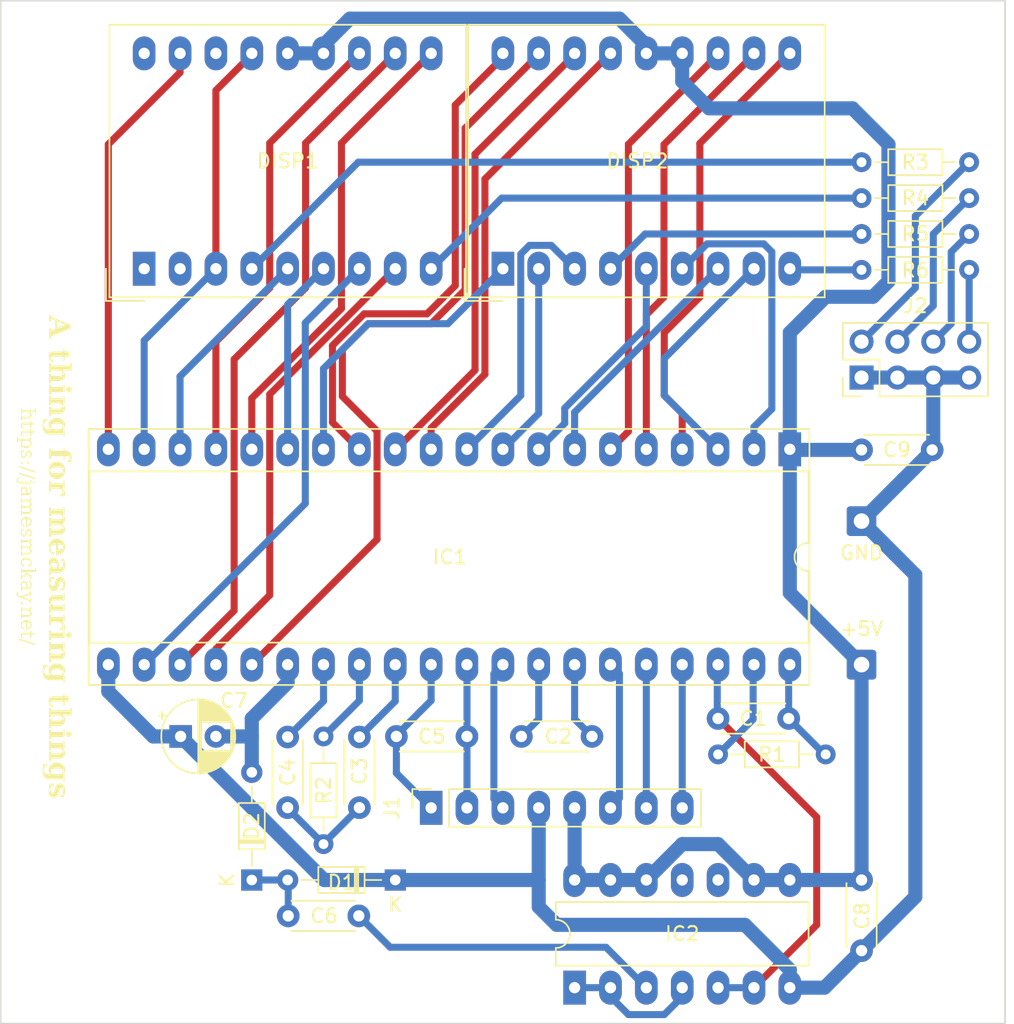
<source format=kicad_pcb>
(kicad_pcb (version 20221018) (generator pcbnew)
  (layers (0 "F.Cu" signal) (31 "B.Cu" signal) (34 "B.Paste" user) (35 "F.Paste" user) (36 "B.SilkS" user "B.Silkscreen") (37 "F.SilkS" user "F.Silkscreen") (38 "B.Mask" user) (39 "F.Mask" user) (44 "Edge.Cuts" user))
  (net 0 "")
  (net 1 "Net-(IC1-OSC3)")
  (net 2 "Net-(IC1-OSC1)")
  (net 3 "Net-(IC1-OSC2)")
  (net 4 "Net-(D2-A)")
  (net 5 "Net-(D1-A)")
  (net 6 "Net-(IC1-A-Z)")
  (net 7 "Net-(IC1-INT)")
  (net 8 "Net-(IC1-CREF-)")
  (net 9 "Net-(IC1-CREF+)")
  (net 10 "Net-(IC1-BUFF)")
  (net 11 "Net-(IC1-IN_HI)")
  (net 12 "Net-(IC1-IN_LO)")
  (net 13 "Net-(IC1-REF_HI)")
  (net 14 "GND")
  (net 15 "+5V")
  (net 18 "Net-(DISP1-b1)")
  (net 19 "Net-(DISP1-dp1)")
  (net 20 "Net-(DISP1-d2)")
  (net 21 "Net-(DISP1-g2)")
  (net 22 "Net-(DISP1-c2)")
  (net 23 "Net-(DISP1-dp2)")
  (net 24 "Net-(DISP1-b2)")
  (net 25 "Net-(DISP1-a2)")
  (net 26 "Net-(DISP1-f2)")
  (net 28 "Net-(DISP1-g1)")
  (net 30 "Net-(DISP2-dp1)")
  (net 31 "Net-(IC1-COMMON)")
  (net 32 "Net-(IC1-REF_LO)")
  (net 33 "Net-(IC1-TEST)")
  (net 34 "Net-(J2-Pin_2)")
  (net 35 "Net-(DISP2-e1)")
  (net 36 "Net-(DISP2-d1)")
  (net 37 "Net-(DISP2-c1)")
  (net 38 "Net-(J2-Pin_4)")
  (net 39 "Net-(DISP2-e2)")
  (net 40 "Net-(DISP2-g2)")
  (net 41 "Net-(DISP2-c2)")
  (net 42 "Net-(DISP2-dp2)")
  (net 43 "Net-(DISP2-b2)")
  (net 44 "Net-(DISP2-a2)")
  (net 45 "Net-(DISP2-f2)")
  (net 46 "Net-(DISP2-b1)")
  (net 47 "Net-(DISP2-a1)")
  (net 48 "Net-(DISP2-g1)")
  (net 49 "Net-(DISP2-f1)")
  (net 50 "Net-(DISP1-e2)")
  (net 51 "Net-(DISP2-d2)")
  (net 52 "Net-(IC2-Pad1)")
  (net 55 "Net-(J2-Pin_6)")
  (net 56 "Net-(J2-Pin_8)")
  (net 57 "Net-(C3-Pad1)")
  (net 58 "Net-(C6-Pad2)")
  (footprint "Connector_Wire:SolderWire-0.5sqmm_1x01_D0.9mm_OD2.1mm" (layer "F.Cu") (at 167.99 93.63)
    (fp_text reference "J4" hide)
    (fp_text value "GND" (at 0 2.25) (layer "F.SilkS"))
    (pad "1" thru_hole roundrect (at 0 0) (size 2.1 2.1) (drill 1.1) (layers "*.Cu" "*.Mask") (roundrect_rratio 0.119048) (net 14 "GND"))
  )
  (footprint "Capacitor_THT:C_Disc_D4.3mm_W1.9mm_P5.00mm" (layer "F.Cu") (at 157.83 107.6)
    (fp_text reference "C1" (at 2.5 0) (layer "F.SilkS"))
    (fp_text value "100pF" hide)
    (pad "1" thru_hole circle (at 0 0) (size 1.6 1.6) (drill 0.8) (layers "*.Cu" "*.Mask") (net 1 "Net-(IC1-OSC3)"))
    (pad "2" thru_hole circle (at 5 0) (size 1.6 1.6) (drill 0.8) (layers "*.Cu" "*.Mask") (net 2 "Net-(IC1-OSC1)"))
  )
  (footprint "Package_DIP:DIP-14_W7.62mm_LongPads" (layer "F.Cu") (at 147.67 126.65 90)
    (fp_text reference "IC2" (at 3.81 7.62 180) (layer "F.SilkS"))
    (fp_text value "4001" hide)
    (pad "1" thru_hole rect (at 0 0 90) (size 2.4 1.6) (drill 0.8) (layers "*.Cu" "*.Mask") (net 52 "Net-(IC2-Pad1)"))
    (pad "2" thru_hole oval (at 0 2.54 90) (size 2.4 1.6) (drill 0.8) (layers "*.Cu" "*.Mask") (net 52 "Net-(IC2-Pad1)"))
    (pad "3" thru_hole oval (at 0 5.08 90) (size 2.4 1.6) (drill 0.8) (layers "*.Cu" "*.Mask") (net 58 "Net-(C6-Pad2)"))
    (pad "4" thru_hole oval (at 0 7.62 90) (size 2.4 1.6) (drill 0.8) (layers "*.Cu" "*.Mask") (net 52 "Net-(IC2-Pad1)"))
    (pad "5" thru_hole oval (at 0 10.16 90) (size 2.4 1.6) (drill 0.8) (layers "*.Cu" "*.Mask") (net 1 "Net-(IC1-OSC3)"))
    (pad "6" thru_hole oval (at 0 12.7 90) (size 2.4 1.6) (drill 0.8) (layers "*.Cu" "*.Mask") (net 1 "Net-(IC1-OSC3)"))
    (pad "7" thru_hole oval (at 0 15.24 90) (size 2.4 1.6) (drill 0.8) (layers "*.Cu" "*.Mask") (net 14 "GND"))
    (pad "8" thru_hole oval (at 7.62 15.24 90) (size 2.4 1.6) (drill 0.8) (layers "*.Cu" "*.Mask") (net 15 "+5V"))
    (pad "9" thru_hole oval (at 7.62 12.7 90) (size 2.4 1.6) (drill 0.8) (layers "*.Cu" "*.Mask") (net 15 "+5V"))
    (pad "10" thru_hole oval (at 7.62 10.16 90) (size 2.4 1.6) (drill 0.8) (layers "*.Cu" "*.Mask"))
    (pad "11" thru_hole oval (at 7.62 7.62 90) (size 2.4 1.6) (drill 0.8) (layers "*.Cu" "*.Mask"))
    (pad "12" thru_hole oval (at 7.62 5.08 90) (size 2.4 1.6) (drill 0.8) (layers "*.Cu" "*.Mask") (net 15 "+5V"))
    (pad "13" thru_hole oval (at 7.62 2.54 90) (size 2.4 1.6) (drill 0.8) (layers "*.Cu" "*.Mask") (net 15 "+5V"))
    (pad "14" thru_hole oval (at 7.62 0 90) (size 2.4 1.6) (drill 0.8) (layers "*.Cu" "*.Mask") (net 15 "+5V"))
  )
  (footprint "Connector_PinSocket_2.54mm:PinSocket_1x08_P2.54mm_Vertical" (layer "F.Cu") (at 137.51 113.925 90)
    (fp_text reference "J1" (at 0 -2.77 90) (layer "F.SilkS"))
    (fp_text value "~" hide)
    (pad "1" thru_hole rect (at 0 0 90) (size 2.4 1.6) (drill 0.8) (layers "*.Cu" "*.Mask") (net 12 "Net-(IC1-IN_LO)"))
    (pad "2" thru_hole oval (at 0 2.54 90) (size 2.4 1.6) (drill 0.8) (layers "*.Cu" "*.Mask") (net 11 "Net-(IC1-IN_HI)"))
    (pad "3" thru_hole oval (at 0 5.08 90) (size 2.4 1.6) (drill 0.8) (layers "*.Cu" "*.Mask") (net 31 "Net-(IC1-COMMON)"))
    (pad "4" thru_hole oval (at 0 7.62 90) (size 2.4 1.6) (drill 0.8) (layers "*.Cu" "*.Mask") (net 14 "GND"))
    (pad "5" thru_hole oval (at 0 10.16 90) (size 2.4 1.6) (drill 0.8) (layers "*.Cu" "*.Mask") (net 15 "+5V"))
    (pad "6" thru_hole oval (at 0 12.7 90) (size 2.4 1.6) (drill 0.8) (layers "*.Cu" "*.Mask") (net 32 "Net-(IC1-REF_LO)"))
    (pad "7" thru_hole oval (at 0 15.24 90) (size 2.4 1.6) (drill 0.8) (layers "*.Cu" "*.Mask") (net 13 "Net-(IC1-REF_HI)"))
    (pad "8" thru_hole oval (at 0 17.78 90) (size 2.4 1.6) (drill 0.8) (layers "*.Cu" "*.Mask") (net 33 "Net-(IC1-TEST)"))
  )
  (footprint "Package_DIP:DIP-40_W15.24mm_Socket_LongPads" (layer "F.Cu") (at 162.91 88.55 -90)
    (fp_text reference "IC1" (at 7.62 24.0725) (layer "F.SilkS"))
    (fp_text value "ICL7107CPL" hide)
    (pad "1" thru_hole rect (at 0 0 270) (size 2.4 1.6) (drill 0.8) (layers "*.Cu" "*.Mask") (net 15 "+5V"))
    (pad "2" thru_hole oval (at 0 2.54 270) (size 2.4 1.6) (drill 0.8) (layers "*.Cu" "*.Mask") (net 51 "Net-(DISP2-d2)"))
    (pad "3" thru_hole oval (at 0 5.08 270) (size 2.4 1.6) (drill 0.8) (layers "*.Cu" "*.Mask") (net 41 "Net-(DISP2-c2)"))
    (pad "4" thru_hole oval (at 0 7.62 270) (size 2.4 1.6) (drill 0.8) (layers "*.Cu" "*.Mask") (net 43 "Net-(DISP2-b2)"))
    (pad "5" thru_hole oval (at 0 10.16 270) (size 2.4 1.6) (drill 0.8) (layers "*.Cu" "*.Mask") (net 44 "Net-(DISP2-a2)"))
    (pad "6" thru_hole oval (at 0 12.7 270) (size 2.4 1.6) (drill 0.8) (layers "*.Cu" "*.Mask") (net 45 "Net-(DISP2-f2)"))
    (pad "7" thru_hole oval (at 0 15.24 270) (size 2.4 1.6) (drill 0.8) (layers "*.Cu" "*.Mask") (net 40 "Net-(DISP2-g2)"))
    (pad "8" thru_hole oval (at 0 17.78 270) (size 2.4 1.6) (drill 0.8) (layers "*.Cu" "*.Mask") (net 39 "Net-(DISP2-e2)"))
    (pad "9" thru_hole oval (at 0 20.32 270) (size 2.4 1.6) (drill 0.8) (layers "*.Cu" "*.Mask") (net 36 "Net-(DISP2-d1)"))
    (pad "10" thru_hole oval (at 0 22.86 270) (size 2.4 1.6) (drill 0.8) (layers "*.Cu" "*.Mask") (net 37 "Net-(DISP2-c1)"))
    (pad "11" thru_hole oval (at 0 25.4 270) (size 2.4 1.6) (drill 0.8) (layers "*.Cu" "*.Mask") (net 46 "Net-(DISP2-b1)"))
    (pad "12" thru_hole oval (at 0 27.94 270) (size 2.4 1.6) (drill 0.8) (layers "*.Cu" "*.Mask") (net 47 "Net-(DISP2-a1)"))
    (pad "13" thru_hole oval (at 0 30.48 270) (size 2.4 1.6) (drill 0.8) (layers "*.Cu" "*.Mask") (net 49 "Net-(DISP2-f1)"))
    (pad "14" thru_hole oval (at 0 33.02 270) (size 2.4 1.6) (drill 0.8) (layers "*.Cu" "*.Mask") (net 35 "Net-(DISP2-e1)"))
    (pad "15" thru_hole oval (at 0 35.56 270) (size 2.4 1.6) (drill 0.8) (layers "*.Cu" "*.Mask") (net 20 "Net-(DISP1-d2)"))
    (pad "16" thru_hole oval (at 0 38.1 270) (size 2.4 1.6) (drill 0.8) (layers "*.Cu" "*.Mask") (net 24 "Net-(DISP1-b2)"))
    (pad "17" thru_hole oval (at 0 40.64 270) (size 2.4 1.6) (drill 0.8) (layers "*.Cu" "*.Mask") (net 26 "Net-(DISP1-f2)"))
    (pad "18" thru_hole oval (at 0 43.18 270) (size 2.4 1.6) (drill 0.8) (layers "*.Cu" "*.Mask") (net 50 "Net-(DISP1-e2)"))
    (pad "19" thru_hole oval (at 0 45.72 270) (size 2.4 1.6) (drill 0.8) (layers "*.Cu" "*.Mask") (net 18 "Net-(DISP1-b1)"))
    (pad "20" thru_hole oval (at 0 48.26 270) (size 2.4 1.6) (drill 0.8) (layers "*.Cu" "*.Mask") (net 28 "Net-(DISP1-g1)"))
    (pad "21" thru_hole oval (at 15.24 48.26 270) (size 2.4 1.6) (drill 0.8) (layers "*.Cu" "*.Mask") (net 14 "GND"))
    (pad "22" thru_hole oval (at 15.24 45.72 270) (size 2.4 1.6) (drill 0.8) (layers "*.Cu" "*.Mask") (net 21 "Net-(DISP1-g2)"))
    (pad "23" thru_hole oval (at 15.24 43.18 270) (size 2.4 1.6) (drill 0.8) (layers "*.Cu" "*.Mask") (net 25 "Net-(DISP1-a2)"))
    (pad "24" thru_hole oval (at 15.24 40.64 270) (size 2.4 1.6) (drill 0.8) (layers "*.Cu" "*.Mask") (net 22 "Net-(DISP1-c2)"))
    (pad "25" thru_hole oval (at 15.24 38.1 270) (size 2.4 1.6) (drill 0.8) (layers "*.Cu" "*.Mask") (net 48 "Net-(DISP2-g1)"))
    (pad "26" thru_hole oval (at 15.24 35.56 270) (size 2.4 1.6) (drill 0.8) (layers "*.Cu" "*.Mask") (net 4 "Net-(D2-A)"))
    (pad "27" thru_hole oval (at 15.24 33.02 270) (size 2.4 1.6) (drill 0.8) (layers "*.Cu" "*.Mask") (net 7 "Net-(IC1-INT)"))
    (pad "28" thru_hole oval (at 15.24 30.48 270) (size 2.4 1.6) (drill 0.8) (layers "*.Cu" "*.Mask") (net 10 "Net-(IC1-BUFF)"))
    (pad "29" thru_hole oval (at 15.24 27.94 270) (size 2.4 1.6) (drill 0.8) (layers "*.Cu" "*.Mask") (net 6 "Net-(IC1-A-Z)"))
    (pad "30" thru_hole oval (at 15.24 25.4 270) (size 2.4 1.6) (drill 0.8) (layers "*.Cu" "*.Mask") (net 12 "Net-(IC1-IN_LO)"))
    (pad "31" thru_hole oval (at 15.24 22.86 270) (size 2.4 1.6) (drill 0.8) (layers "*.Cu" "*.Mask") (net 11 "Net-(IC1-IN_HI)"))
    (pad "32" thru_hole oval (at 15.24 20.32 270) (size 2.4 1.6) (drill 0.8) (layers "*.Cu" "*.Mask") (net 31 "Net-(IC1-COMMON)"))
    (pad "33" thru_hole oval (at 15.24 17.78 270) (size 2.4 1.6) (drill 0.8) (layers "*.Cu" "*.Mask") (net 8 "Net-(IC1-CREF-)"))
    (pad "34" thru_hole oval (at 15.24 15.24 270) (size 2.4 1.6) (drill 0.8) (layers "*.Cu" "*.Mask") (net 9 "Net-(IC1-CREF+)"))
    (pad "35" thru_hole oval (at 15.24 12.7 270) (size 2.4 1.6) (drill 0.8) (layers "*.Cu" "*.Mask") (net 32 "Net-(IC1-REF_LO)"))
    (pad "36" thru_hole oval (at 15.24 10.16 270) (size 2.4 1.6) (drill 0.8) (layers "*.Cu" "*.Mask") (net 13 "Net-(IC1-REF_HI)"))
    (pad "37" thru_hole oval (at 15.24 7.62 270) (size 2.4 1.6) (drill 0.8) (layers "*.Cu" "*.Mask") (net 33 "Net-(IC1-TEST)"))
    (pad "38" thru_hole oval (at 15.24 5.08 270) (size 2.4 1.6) (drill 0.8) (layers "*.Cu" "*.Mask") (net 1 "Net-(IC1-OSC3)"))
    (pad "39" thru_hole oval (at 15.24 2.54 270) (size 2.4 1.6) (drill 0.8) (layers "*.Cu" "*.Mask") (net 3 "Net-(IC1-OSC2)"))
    (pad "40" thru_hole oval (at 15.24 0 270) (size 2.4 1.6) (drill 0.8) (layers "*.Cu" "*.Mask") (net 2 "Net-(IC1-OSC1)"))
  )
  (footprint "Display_7Segment:DA56-11SURKWA" (layer "F.Cu") (at 117.19 75.7675 90)
    (fp_text reference "DISP1" (at 7.62 10.16 180) (layer "F.SilkS"))
    (fp_text value "D512HDB" hide)
    (pad "1" thru_hole rect (at 0 0 90) (size 2.4 1.6) (drill 0.8) (layers "*.Cu" "*.Mask"))
    (pad "2" thru_hole oval (at 0 2.54 90) (size 2.4 1.6) (drill 0.8) (layers "*.Cu" "*.Mask"))
    (pad "3" thru_hole oval (at 0 5.08 90) (size 2.4 1.6) (drill 0.8) (layers "*.Cu" "*.Mask") (net 18 "Net-(DISP1-b1)"))
    (pad "4" thru_hole oval (at 0 7.62 90) (size 2.4 1.6) (drill 0.8) (layers "*.Cu" "*.Mask") (net 19 "Net-(DISP1-dp1)"))
    (pad "5" thru_hole oval (at 0 10.16 90) (size 2.4 1.6) (drill 0.8) (layers "*.Cu" "*.Mask") (net 50 "Net-(DISP1-e2)"))
    (pad "6" thru_hole oval (at 0 12.7 90) (size 2.4 1.6) (drill 0.8) (layers "*.Cu" "*.Mask") (net 20 "Net-(DISP1-d2)"))
    (pad "7" thru_hole oval (at 0 15.24 90) (size 2.4 1.6) (drill 0.8) (layers "*.Cu" "*.Mask") (net 21 "Net-(DISP1-g2)"))
    (pad "8" thru_hole oval (at 0 17.78 90) (size 2.4 1.6) (drill 0.8) (layers "*.Cu" "*.Mask") (net 22 "Net-(DISP1-c2)"))
    (pad "9" thru_hole oval (at 0 20.32 90) (size 2.4 1.6) (drill 0.8) (layers "*.Cu" "*.Mask") (net 23 "Net-(DISP1-dp2)"))
    (pad "10" thru_hole oval (at 15.24 20.32 90) (size 2.4 1.6) (drill 0.8) (layers "*.Cu" "*.Mask") (net 24 "Net-(DISP1-b2)"))
    (pad "11" thru_hole oval (at 15.24 17.78 90) (size 2.4 1.6) (drill 0.8) (layers "*.Cu" "*.Mask") (net 25 "Net-(DISP1-a2)"))
    (pad "12" thru_hole oval (at 15.24 15.24 90) (size 2.4 1.6) (drill 0.8) (layers "*.Cu" "*.Mask") (net 26 "Net-(DISP1-f2)"))
    (pad "13" thru_hole oval (at 15.24 12.7 90) (size 2.4 1.6) (drill 0.8) (layers "*.Cu" "*.Mask") (net 15 "+5V"))
    (pad "14" thru_hole oval (at 15.24 10.16 90) (size 2.4 1.6) (drill 0.8) (layers "*.Cu" "*.Mask") (net 15 "+5V"))
    (pad "15" thru_hole oval (at 15.24 7.62 90) (size 2.4 1.6) (drill 0.8) (layers "*.Cu" "*.Mask") (net 18 "Net-(DISP1-b1)"))
    (pad "16" thru_hole oval (at 15.24 5.08 90) (size 2.4 1.6) (drill 0.8) (layers "*.Cu" "*.Mask"))
    (pad "17" thru_hole oval (at 15.24 2.54 90) (size 2.4 1.6) (drill 0.8) (layers "*.Cu" "*.Mask") (net 28 "Net-(DISP1-g1)"))
    (pad "18" thru_hole oval (at 15.24 0 90) (size 2.4 1.6) (drill 0.8) (layers "*.Cu" "*.Mask"))
  )
  (footprint "Display_7Segment:DA56-11SURKWA" (layer "F.Cu") (at 142.59 75.7675 90)
    (fp_text reference "DISP2" (at 7.62 9.525 180) (layer "F.SilkS"))
    (fp_text value "D512HDB" hide)
    (pad "1" thru_hole rect (at 0 0 90) (size 2.4 1.6) (drill 0.8) (layers "*.Cu" "*.Mask") (net 35 "Net-(DISP2-e1)"))
    (pad "2" thru_hole oval (at 0 2.54 90) (size 2.4 1.6) (drill 0.8) (layers "*.Cu" "*.Mask") (net 36 "Net-(DISP2-d1)"))
    (pad "3" thru_hole oval (at 0 5.08 90) (size 2.4 1.6) (drill 0.8) (layers "*.Cu" "*.Mask") (net 37 "Net-(DISP2-c1)"))
    (pad "4" thru_hole oval (at 0 7.62 90) (size 2.4 1.6) (drill 0.8) (layers "*.Cu" "*.Mask") (net 30 "Net-(DISP2-dp1)"))
    (pad "5" thru_hole oval (at 0 10.16 90) (size 2.4 1.6) (drill 0.8) (layers "*.Cu" "*.Mask") (net 39 "Net-(DISP2-e2)"))
    (pad "6" thru_hole oval (at 0 12.7 90) (size 2.4 1.6) (drill 0.8) (layers "*.Cu" "*.Mask") (net 51 "Net-(DISP2-d2)"))
    (pad "7" thru_hole oval (at 0 15.24 90) (size 2.4 1.6) (drill 0.8) (layers "*.Cu" "*.Mask") (net 40 "Net-(DISP2-g2)"))
    (pad "8" thru_hole oval (at 0 17.78 90) (size 2.4 1.6) (drill 0.8) (layers "*.Cu" "*.Mask") (net 41 "Net-(DISP2-c2)"))
    (pad "9" thru_hole oval (at 0 20.32 90) (size 2.4 1.6) (drill 0.8) (layers "*.Cu" "*.Mask") (net 42 "Net-(DISP2-dp2)"))
    (pad "10" thru_hole oval (at 15.24 20.32 90) (size 2.4 1.6) (drill 0.8) (layers "*.Cu" "*.Mask") (net 43 "Net-(DISP2-b2)"))
    (pad "11" thru_hole oval (at 15.24 17.78 90) (size 2.4 1.6) (drill 0.8) (layers "*.Cu" "*.Mask") (net 44 "Net-(DISP2-a2)"))
    (pad "12" thru_hole oval (at 15.24 15.24 90) (size 2.4 1.6) (drill 0.8) (layers "*.Cu" "*.Mask") (net 45 "Net-(DISP2-f2)"))
    (pad "13" thru_hole oval (at 15.24 12.7 90) (size 2.4 1.6) (drill 0.8) (layers "*.Cu" "*.Mask") (net 15 "+5V"))
    (pad "14" thru_hole oval (at 15.24 10.16 90) (size 2.4 1.6) (drill 0.8) (layers "*.Cu" "*.Mask") (net 15 "+5V"))
    (pad "15" thru_hole oval (at 15.24 7.62 90) (size 2.4 1.6) (drill 0.8) (layers "*.Cu" "*.Mask") (net 46 "Net-(DISP2-b1)"))
    (pad "16" thru_hole oval (at 15.24 5.08 90) (size 2.4 1.6) (drill 0.8) (layers "*.Cu" "*.Mask") (net 47 "Net-(DISP2-a1)"))
    (pad "17" thru_hole oval (at 15.24 2.54 90) (size 2.4 1.6) (drill 0.8) (layers "*.Cu" "*.Mask") (net 48 "Net-(DISP2-g1)"))
    (pad "18" thru_hole oval (at 15.24 0 90) (size 2.4 1.6) (drill 0.8) (layers "*.Cu" "*.Mask") (net 49 "Net-(DISP2-f1)"))
  )
  (footprint "MountingHole:MountingHole_3mm" (layer "F.Cu") (at 110.84 125.38)
    (fp_text reference "REF**" hide)
    (fp_text value "MountingHole_3mm" hide)
    (pad "" np_thru_hole circle (at 0 0) (size 3 3) (drill 3) (layers "F&B.Cu" "*.Mask"))
  )
  (footprint "Resistor_THT:R_Axial_DIN0204_L3.6mm_D1.6mm_P7.62mm_Horizontal" (layer "F.Cu") (at 167.99 70.77)
    (fp_text reference "R4" (at 3.81 0) (layer "F.SilkS"))
    (fp_text value "620R" hide)
    (pad "1" thru_hole circle (at 0 0) (size 1.4 1.4) (drill 0.7) (layers "*.Cu" "*.Mask") (net 23 "Net-(DISP1-dp2)"))
    (pad "2" thru_hole oval (at 7.62 0) (size 1.4 1.4) (drill 0.7) (layers "*.Cu" "*.Mask") (net 38 "Net-(J2-Pin_4)"))
  )
  (footprint "Resistor_THT:R_Axial_DIN0204_L3.6mm_D1.6mm_P7.62mm_Horizontal" (layer "F.Cu") (at 175.61 68.23 180)
    (fp_text reference "R3" (at 3.81 0) (layer "F.SilkS"))
    (fp_text value "620R" hide)
    (pad "1" thru_hole circle (at 0 0 180) (size 1.4 1.4) (drill 0.7) (layers "*.Cu" "*.Mask") (net 34 "Net-(J2-Pin_2)"))
    (pad "2" thru_hole oval (at 7.62 0 180) (size 1.4 1.4) (drill 0.7) (layers "*.Cu" "*.Mask") (net 19 "Net-(DISP1-dp1)"))
  )
  (footprint "Connector_PinHeader_2.54mm:PinHeader_2x04_P2.54mm_Vertical" (layer "F.Cu") (at 167.99 83.47 90)
    (fp_text reference "J2" (at 5.08 3.81) (layer "F.SilkS"))
    (fp_text value "~")
    (pad "1" thru_hole rect (at 0 0 90) (size 1.7 1.7) (drill 1) (layers "*.Cu" "*.Mask") (net 14 "GND"))
    (pad "2" thru_hole oval (at 2.54 0 90) (size 1.7 1.7) (drill 1) (layers "*.Cu" "*.Mask") (net 34 "Net-(J2-Pin_2)"))
    (pad "3" thru_hole oval (at 0 2.54 90) (size 1.7 1.7) (drill 1) (layers "*.Cu" "*.Mask") (net 14 "GND"))
    (pad "4" thru_hole oval (at 2.54 2.54 90) (size 1.7 1.7) (drill 1) (layers "*.Cu" "*.Mask") (net 38 "Net-(J2-Pin_4)"))
    (pad "5" thru_hole oval (at 0 5.08 90) (size 1.7 1.7) (drill 1) (layers "*.Cu" "*.Mask") (net 14 "GND"))
    (pad "6" thru_hole oval (at 2.54 5.08 90) (size 1.7 1.7) (drill 1) (layers "*.Cu" "*.Mask") (net 55 "Net-(J2-Pin_6)"))
    (pad "7" thru_hole oval (at 0 7.62 90) (size 1.7 1.7) (drill 1) (layers "*.Cu" "*.Mask") (net 14 "GND"))
    (pad "8" thru_hole oval (at 2.54 7.62 90) (size 1.7 1.7) (drill 1) (layers "*.Cu" "*.Mask") (net 56 "Net-(J2-Pin_8)"))
  )
  (footprint "MountingHole:MountingHole_3mm" (layer "F.Cu") (at 174.34 125.38)
    (fp_text reference "REF**" hide)
    (fp_text value "MountingHole_3mm" hide)
    (pad "" np_thru_hole circle (at 0 0) (size 3 3) (drill 3) (layers "F&B.Cu" "*.Mask"))
  )
  (footprint "MountingHole:MountingHole_3mm" (layer "F.Cu") (at 157.815 83.47)
    (fp_text reference "REF**" hide)
    (fp_text value "MountingHole_3mm" hide)
    (pad "" np_thru_hole circle (at 0 0) (size 3 3) (drill 3) (layers "F&B.Cu" "*.Mask"))
  )
  (footprint "MountingHole:MountingHole_3mm" (layer "F.Cu") (at 134.97 83.47)
    (fp_text reference "REF**" hide)
    (fp_text value "MountingHole_3mm" hide)
    (pad "" np_thru_hole circle (at 0 0) (size 3 3) (drill 3) (layers "F&B.Cu" "*.Mask"))
  )
  (footprint "Capacitor_THT:C_Disc_D4.3mm_W1.9mm_P5.00mm" (layer "F.Cu") (at 127.39 121.57)
    (fp_text reference "C6" (at 2.54 0) (layer "F.SilkS"))
    (fp_text value "47nF" hide)
    (pad "1" thru_hole circle (at 0 0) (size 1.6 1.6) (drill 0.8) (layers "*.Cu" "*.Mask") (net 5 "Net-(D1-A)"))
    (pad "2" thru_hole circle (at 5 0) (size 1.6 1.6) (drill 0.8) (layers "*.Cu" "*.Mask") (net 58 "Net-(C6-Pad2)"))
  )
  (footprint "MountingHole:MountingHole_3mm" (layer "F.Cu") (at 174.34 60.61)
    (fp_text reference "REF**" hide)
    (fp_text value "MountingHole_3mm" hide)
    (pad "" np_thru_hole circle (at 0 0) (size 3 3) (drill 3) (layers "F&B.Cu" "*.Mask"))
  )
  (footprint "Diode_THT:D_DO-34_SOD68_P7.62mm_Horizontal" (layer "F.Cu") (at 134.97 119.03 180)
    (fp_text reference "D1" (at 3.81 -0.17) (layer "F.SilkS"))
    (fp_text value "1N4148" hide)
    (fp_text user "K" (at 0 -1.75) (layer "F.SilkS"))
    (pad "1" thru_hole rect (at 0 0 180) (size 1.5 1.5) (drill 0.75) (layers "*.Cu" "*.Mask") (net 14 "GND"))
    (pad "2" thru_hole oval (at 7.62 0 180) (size 1.5 1.5) (drill 0.75) (layers "*.Cu" "*.Mask") (net 5 "Net-(D1-A)"))
  )
  (footprint "Capacitor_THT:C_Disc_D4.3mm_W1.9mm_P5.00mm" (layer "F.Cu") (at 143.9 108.87)
    (fp_text reference "C2" (at 2.6125 0) (layer "F.SilkS"))
    (fp_text value "100nF" hide)
    (pad "1" thru_hole circle (at 0 0) (size 1.6 1.6) (drill 0.8) (layers "*.Cu" "*.Mask") (net 8 "Net-(IC1-CREF-)"))
    (pad "2" thru_hole circle (at 5 0) (size 1.6 1.6) (drill 0.8) (layers "*.Cu" "*.Mask") (net 9 "Net-(IC1-CREF+)"))
  )
  (footprint "Capacitor_THT:C_Disc_D4.3mm_W1.9mm_P5.00mm" (layer "F.Cu") (at 132.43 113.91 90)
    (fp_text reference "C3" (at 2.58 0 90) (layer "F.SilkS"))
    (fp_text value "47nF" hide)
    (pad "1" thru_hole circle (at 0 0 90) (size 1.6 1.6) (drill 0.8) (layers "*.Cu" "*.Mask") (net 57 "Net-(C3-Pad1)"))
    (pad "2" thru_hole circle (at 5 0 90) (size 1.6 1.6) (drill 0.8) (layers "*.Cu" "*.Mask") (net 6 "Net-(IC1-A-Z)"))
  )
  (footprint "Capacitor_THT:C_Disc_D4.3mm_W1.9mm_P5.00mm" (layer "F.Cu") (at 127.35 113.91 90)
    (fp_text reference "C4" (at 2.5 0 90) (layer "F.SilkS"))
    (fp_text value "220nF" hide)
    (pad "1" thru_hole circle (at 0 0 90) (size 1.6 1.6) (drill 0.8) (layers "*.Cu" "*.Mask") (net 57 "Net-(C3-Pad1)"))
    (pad "2" thru_hole circle (at 5 0 90) (size 1.6 1.6) (drill 0.8) (layers "*.Cu" "*.Mask") (net 7 "Net-(IC1-INT)"))
  )
  (footprint "Diode_THT:D_DO-34_SOD68_P7.62mm_Horizontal" (layer "F.Cu") (at 124.81 119.03 90)
    (fp_text reference "D2" (at 3.815 0 90) (layer "F.SilkS"))
    (fp_text value "1N4148" hide)
    (fp_text user "K" (at 0 -1.75 90) (layer "F.SilkS"))
    (pad "1" thru_hole rect (at 0 0 90) (size 1.5 1.5) (drill 0.75) (layers "*.Cu" "*.Mask") (net 5 "Net-(D1-A)"))
    (pad "2" thru_hole oval (at 7.62 0 90) (size 1.5 1.5) (drill 0.75) (layers "*.Cu" "*.Mask") (net 4 "Net-(D2-A)"))
  )
  (footprint "Capacitor_THT:C_Disc_D4.3mm_W1.9mm_P5.00mm" (layer "F.Cu") (at 167.99 88.59)
    (fp_text reference "C9" (at 2.5 0) (layer "F.SilkS"))
    (fp_text value "47nF" hide)
    (pad "1" thru_hole circle (at 0 0) (size 1.6 1.6) (drill 0.8) (layers "*.Cu" "*.Mask") (net 15 "+5V"))
    (pad "2" thru_hole circle (at 5 0) (size 1.6 1.6) (drill 0.8) (layers "*.Cu" "*.Mask") (net 14 "GND"))
  )
  (footprint "Capacitor_THT:CP_Radial_D5.0mm_P2.50mm" (layer "F.Cu") (at 119.77 108.87)
    (fp_text reference "C7" (at 3.77 -2.54) (layer "F.SilkS"))
    (fp_text value "10uF" hide)
    (pad "1" thru_hole rect (at 0 0) (size 1.6 1.6) (drill 0.8) (layers "*.Cu" "*.Mask") (net 14 "GND"))
    (pad "2" thru_hole circle (at 2.5 0) (size 1.6 1.6) (drill 0.8) (layers "*.Cu" "*.Mask") (net 4 "Net-(D2-A)"))
  )
  (footprint "Capacitor_THT:C_Disc_D4.3mm_W1.9mm_P5.00mm" (layer "F.Cu") (at 135.05 108.87)
    (fp_text reference "C5" (at 2.5 0) (layer "F.SilkS"))
    (fp_text value "10nF" hide)
    (pad "1" thru_hole circle (at 0 0) (size 1.6 1.6) (drill 0.8) (layers "*.Cu" "*.Mask") (net 12 "Net-(IC1-IN_LO)"))
    (pad "2" thru_hole circle (at 5 0) (size 1.6 1.6) (drill 0.8) (layers "*.Cu" "*.Mask") (net 11 "Net-(IC1-IN_HI)"))
  )
  (footprint "MountingHole:MountingHole_3mm" (layer "F.Cu") (at 110.84 60.61)
    (fp_text reference "REF**" hide)
    (fp_text value "MountingHole_3mm" hide)
    (pad "" np_thru_hole circle (at 0 0) (size 3 3) (drill 3) (layers "F&B.Cu" "*.Mask"))
  )
  (footprint "Resistor_THT:R_Axial_DIN0204_L3.6mm_D1.6mm_P7.62mm_Horizontal" (layer "F.Cu") (at 167.99 75.85)
    (fp_text reference "R6" (at 3.81 0.025) (layer "F.SilkS"))
    (fp_text value "620R" hide)
    (pad "1" thru_hole circle (at 0 0) (size 1.4 1.4) (drill 0.7) (layers "*.Cu" "*.Mask") (net 42 "Net-(DISP2-dp2)"))
    (pad "2" thru_hole oval (at 7.62 0) (size 1.4 1.4) (drill 0.7) (layers "*.Cu" "*.Mask") (net 56 "Net-(J2-Pin_8)"))
  )
  (footprint "Resistor_THT:R_Axial_DIN0204_L3.6mm_D1.6mm_P7.62mm_Horizontal" (layer "F.Cu") (at 129.89 108.87 -90)
    (fp_text reference "R2" (at 3.81 0 90) (layer "F.SilkS"))
    (fp_text value "470k" hide)
    (pad "1" thru_hole circle (at 0 0 270) (size 1.4 1.4) (drill 0.7) (layers "*.Cu" "*.Mask") (net 10 "Net-(IC1-BUFF)"))
    (pad "2" thru_hole oval (at 7.62 0 270) (size 1.4 1.4) (drill 0.7) (layers "*.Cu" "*.Mask") (net 57 "Net-(C3-Pad1)"))
  )
  (footprint "Resistor_THT:R_Axial_DIN0204_L3.6mm_D1.6mm_P7.62mm_Horizontal" (layer "F.Cu") (at 157.83 110.14)
    (fp_text reference "R1" (at 3.81 0) (layer "F.SilkS"))
    (fp_text value "100k" hide)
    (pad "1" thru_hole circle (at 0 0) (size 1.4 1.4) (drill 0.7) (layers "*.Cu" "*.Mask") (net 3 "Net-(IC1-OSC2)"))
    (pad "2" thru_hole oval (at 7.62 0) (size 1.4 1.4) (drill 0.7) (layers "*.Cu" "*.Mask") (net 2 "Net-(IC1-OSC1)"))
  )
  (footprint "Capacitor_THT:C_Disc_D4.3mm_W1.9mm_P5.00mm" (layer "F.Cu") (at 167.99 119.03 -90)
    (fp_text reference "C8" (at 2.54 -0.04 90) (layer "F.SilkS"))
    (fp_text value "47nF" hide)
    (pad "1" thru_hole circle (at 0 0 270) (size 1.6 1.6) (drill 0.8) (layers "*.Cu" "*.Mask") (net 15 "+5V"))
    (pad "2" thru_hole circle (at 5 0 270) (size 1.6 1.6) (drill 0.8) (layers "*.Cu" "*.Mask") (net 14 "GND"))
  )
  (footprint "Connector_Wire:SolderWire-0.5sqmm_1x01_D0.9mm_OD2.1mm" (layer "F.Cu") (at 167.99 103.79)
    (fp_text reference "J3" hide)
    (fp_text value "+5V" (at 0 -2.54) (layer "F.SilkS"))
    (pad "1" thru_hole roundrect (at 0 0) (size 2.1 2.1) (drill 1.1) (layers "*.Cu" "*.Mask") (roundrect_rratio 0.119048) (net 15 "+5V"))
  )
  (footprint "Resistor_THT:R_Axial_DIN0204_L3.6mm_D1.6mm_P7.62mm_Horizontal" (layer "F.Cu") (at 167.99 73.31)
    (fp_text reference "R5" (at 3.81 0) (layer "F.SilkS"))
    (fp_text value "620R" hide)
    (pad "1" thru_hole circle (at 0 0) (size 1.4 1.4) (drill 0.7) (layers "*.Cu" "*.Mask") (net 30 "Net-(DISP2-dp1)"))
    (pad "2" thru_hole oval (at 7.62 0) (size 1.4 1.4) (drill 0.7) (layers "*.Cu" "*.Mask") (net 55 "Net-(J2-Pin_6)"))
  )
  (gr_rect (start 107.03 56.8) (end 178.15 129.19) (stroke (width 0.1)) (fill none) (layer "Edge.Cuts"))
  (gr_text "A thing for measuring things" (at 110.205 79.062167 -90) (layer "F.SilkS") (effects (font (size 1.5 1.5) (thickness 0.3) bold) (justify left bottom)))
  (gr_text "https://jamesmckay.net/" (at 108.3 85.622774 -90) (layer "F.SilkS") (effects (font (size 1 1) (thickness 0.125)) (justify left bottom)))
  (segment (start 157.83 107.6) (end 164.815 114.585) (width 0.5) (layer "F.Cu") (net 1))
  (segment (start 164.815 122.205) (end 160.37 126.65) (width 0.5) (layer "F.Cu") (net 1))
  (segment (start 164.815 114.585) (end 164.815 122.205) (width 0.5) (layer "F.Cu") (net 1))
  (segment (start 157.7725 103.79) (end 157.7725 107.5425) (width 0.5) (layer "B.Cu") (net 1))
  (segment (start 157.83 126.65) (end 160.37 126.65) (width 0.5) (layer "B.Cu") (net 1))
  (segment (start 165.45 110.22) (end 162.83 107.6) (width 0.5) (layer "B.Cu") (net 2))
  (segment (start 162.83 103.8125) (end 162.83 107.6) (width 0.5) (layer "B.Cu") (net 2))
  (segment (start 160.3125 107.6575) (end 157.83 110.14) (width 0.5) (layer "B.Cu") (net 3))
  (segment (start 160.3125 103.79) (end 160.3125 107.6575) (width 0.5) (layer "B.Cu") (net 3))
  (segment (start 124.81 108.87) (end 124.81 107.6) (width 1) (layer "B.Cu") (net 4))
  (segment (start 122.27 108.87) (end 124.81 108.87) (width 1) (layer "B.Cu") (net 4))
  (segment (start 127.35 105.06) (end 127.35 103.79) (width 1) (layer "B.Cu") (net 4))
  (segment (start 124.81 111.41) (end 124.81 108.87) (width 1) (layer "B.Cu") (net 4))
  (segment (start 124.81 107.6) (end 127.35 105.06) (width 1) (layer "B.Cu") (net 4))
  (segment (start 127.39 121.57) (end 127.39 119.07) (width 0.5) (layer "B.Cu") (net 5))
  (segment (start 124.81 119.03) (end 127.35 119.03) (width 0.5) (layer "B.Cu") (net 5))
  (segment (start 132.43 108.91) (end 134.97 106.37) (width 0.5) (layer "B.Cu") (net 6))
  (segment (start 134.97 106.37) (end 134.97 103.79) (width 0.5) (layer "B.Cu") (net 6))
  (segment (start 127.35 108.91) (end 129.89 106.37) (width 0.5) (layer "B.Cu") (net 7))
  (segment (start 129.89 106.37) (end 129.89 103.79) (width 0.5) (layer "B.Cu") (net 7))
  (segment (start 145.13 103.79) (end 145.13 107.64) (width 0.5) (layer "B.Cu") (net 8))
  (segment (start 145.13 107.64) (end 143.9 108.87) (width 0.5) (layer "B.Cu") (net 8))
  (segment (start 147.67 107.638125) (end 148.9 108.868125) (width 0.5) (layer "B.Cu") (net 9))
  (segment (start 147.67 103.8625) (end 147.67 107.638125) (width 0.5) (layer "B.Cu") (net 9))
  (segment (start 129.89 108.87) (end 132.43 106.33) (width 0.5) (layer "B.Cu") (net 10))
  (segment (start 132.43 106.33) (end 132.43 103.79) (width 0.5) (layer "B.Cu") (net 10))
  (segment (start 140.05 103.79) (end 140.05 113.925) (width 0.5) (layer "B.Cu") (net 11))
  (segment (start 137.51 106.33) (end 135.05 108.79) (width 0.5) (layer "B.Cu") (net 12))
  (segment (start 137.51 103.79) (end 137.51 106.33) (width 0.5) (layer "B.Cu") (net 12))
  (segment (start 135.05 108.79) (end 135.05 111.465) (width 0.5) (layer "B.Cu") (net 12))
  (segment (start 135.05 111.465) (end 137.51 113.925) (width 0.5) (layer "B.Cu") (net 12))
  (segment (start 152.75 103.79) (end 152.75 113.8675) (width 0.5) (layer "B.Cu") (net 13))
  (segment (start 173.07 83.47) (end 173.07 88.51) (width 1) (layer "B.Cu") (net 14))
  (segment (start 165.37 126.65) (end 167.99 124.03) (width 1) (layer "B.Cu") (net 14))
  (segment (start 134.97 119.03) (end 129.93 119.03) (width 1) (layer "B.Cu") (net 14))
  (segment (start 162.91 126.65) (end 162.91 125.38) (width 1) (layer "B.Cu") (net 14))
  (segment (start 171.8 97.44) (end 171.8 120.22) (width 1) (layer "B.Cu") (net 14))
  (segment (start 119.77 108.87) (end 117.825 108.87) (width 1) (layer "B.Cu") (net 14))
  (segment (start 145.13 119.03) (end 145.13 113.925) (width 1) (layer "B.Cu") (net 14))
  (segment (start 145.13 120.935) (end 145.13 119.03) (width 1) (layer "B.Cu") (net 14))
  (segment (start 114.65 105.695) (end 114.65 103.79) (width 1) (layer "B.Cu") (net 14))
  (segment (start 162.91 125.38) (end 159.735 122.205) (width 1) (layer "B.Cu") (net 14))
  (segment (start 172.99 88.63) (end 167.99 93.63) (width 1) (layer "B.Cu") (net 14))
  (segment (start 117.825 108.87) (end 114.65 105.695) (width 1) (layer "B.Cu") (net 14))
  (segment (start 162.91 126.65) (end 165.37 126.65) (width 1) (layer "B.Cu") (net 14))
  (segment (start 167.99 93.63) (end 171.8 97.44) (width 1) (layer "B.Cu") (net 14))
  (segment (start 134.97 119.03) (end 145.13 119.03) (width 1) (layer "B.Cu") (net 14))
  (segment (start 167.99 83.47) (end 175.61 83.47) (width 1) (layer "B.Cu") (net 14))
  (segment (start 146.4 122.205) (end 145.13 120.935) (width 1) (layer "B.Cu") (net 14))
  (segment (start 129.93 119.03) (end 119.77 108.87) (width 1) (layer "B.Cu") (net 14))
  (segment (start 171.8 120.22) (end 167.99 124.03) (width 1) (layer "B.Cu") (net 14))
  (segment (start 159.735 122.205) (end 146.4 122.205) (width 1) (layer "B.Cu") (net 14))
  (segment (start 162.91 119.03) (end 167.99 119.03) (width 1) (layer "B.Cu") (net 15))
  (segment (start 165.45 77.755) (end 162.91 80.295) (width 1) (layer "B.Cu") (net 15))
  (segment (start 155.29 62.515) (end 157.195 64.42) (width 1) (layer "B.Cu") (net 15))
  (segment (start 155.29 116.49) (end 157.83 116.49) (width 1) (layer "B.Cu") (net 15))
  (segment (start 169.895 66.96) (end 169.895 76.662024) (width 1) (layer "B.Cu") (net 15))
  (segment (start 167.99 103.79) (end 162.91 98.71) (width 1) (layer "B.Cu") (net 15))
  (segment (start 162.91 98.71) (end 162.91 88.55) (width 1) (layer "B.Cu") (net 15))
  (segment (start 162.95 88.59) (end 167.99 88.59) (width 1) (layer "B.Cu") (net 15))
  (segment (start 169.895 76.662024) (end 168.802024 77.755) (width 1) (layer "B.Cu") (net 15))
  (segment (start 157.83 116.49) (end 160.37 119.03) (width 1) (layer "B.Cu") (net 15))
  (segment (start 152.75 119.03) (end 155.29 116.49) (width 1) (layer "B.Cu") (net 15))
  (segment (start 147.67 119.03) (end 152.75 119.03) (width 1) (layer "B.Cu") (net 15))
  (segment (start 150.845 58.07) (end 152.75 59.975) (width 1) (layer "B.Cu") (net 15))
  (segment (start 162.91 80.295) (end 162.91 88.55) (width 1) (layer "B.Cu") (net 15))
  (segment (start 167.355 64.42) (end 169.895 66.96) (width 1) (layer "B.Cu") (net 15))
  (segment (start 157.195 64.42) (end 167.355 64.42) (width 1) (layer "B.Cu") (net 15))
  (segment (start 160.37 119.03) (end 162.91 119.03) (width 1) (layer "B.Cu") (net 15))
  (segment (start 167.99 103.79) (end 167.99 119.03) (width 1) (layer "B.Cu") (net 15))
  (segment (start 155.29 60.5275) (end 155.29 62.515) (width 1) (layer "B.Cu") (net 15))
  (segment (start 131.75375 58.07) (end 150.845 58.07) (width 1) (layer "B.Cu") (net 15))
  (segment (start 129.89 59.93375) (end 131.75375 58.07) (width 1) (layer "B.Cu") (net 15))
  (segment (start 127.35 60.5275) (end 129.89 60.5275) (width 1) (layer "B.Cu") (net 15))
  (segment (start 147.67 113.925) (end 147.67 119.03) (width 1) (layer "B.Cu") (net 15))
  (segment (start 168.802024 77.755) (end 165.45 77.755) (width 1) (layer "B.Cu") (net 15))
  (segment (start 152.75 60.5275) (end 155.29 60.5275) (width 1) (layer "B.Cu") (net 15))
  (segment (start 122.27 63.15) (end 122.27 74.58) (width 0.5) (layer "F.Cu") (net 18))
  (segment (start 124.81 60.61) (end 122.27 63.15) (width 0.5) (layer "F.Cu") (net 18))
  (segment (start 117.19 88.55) (end 117.19 80.8475) (width 0.5) (layer "B.Cu") (net 18))
  (segment (start 117.19 80.8475) (end 122.27 75.7675) (width 0.5) (layer "B.Cu") (net 18))
  (segment (start 132.3475 68.23) (end 124.81 75.7675) (width 0.5) (layer "B.Cu") (net 19))
  (segment (start 167.99 68.23) (end 132.3475 68.23) (width 0.5) (layer "B.Cu") (net 19))
  (segment (start 127.35 78.3075) (end 127.35 88.55) (width 0.5) (layer "B.Cu") (net 20))
  (segment (start 129.89 75.7675) (end 127.35 78.3075) (width 0.5) (layer "B.Cu") (net 20))
  (segment (start 128.6 79.5975) (end 128.6 92.38) (width 0.5) (layer "B.Cu") (net 21))
  (segment (start 132.43 75.7675) (end 128.6 79.5975) (width 0.5) (layer "B.Cu") (net 21))
  (segment (start 128.6 92.38) (end 117.19 103.79) (width 0.5) (layer "B.Cu") (net 21))
  (segment (start 122.27 102.67875) (end 122.27 103.79) (width 0.5) (layer "F.Cu") (net 22))
  (segment (start 126.08 84.6575) (end 126.08 98.86875) (width 0.5) (layer "F.Cu") (net 22))
  (segment (start 134.97 75.7675) (end 126.08 84.6575) (width 0.5) (layer "F.Cu") (net 22))
  (segment (start 126.08 98.86875) (end 122.27 102.67875) (width 0.5) (layer "F.Cu") (net 22))
  (segment (start 137.51 75.7675) (end 142.5075 70.77) (width 0.5) (layer "B.Cu") (net 23))
  (segment (start 142.5075 70.77) (end 167.99 70.77) (width 0.5) (layer "B.Cu") (net 23))
  (segment (start 124.81 84.93755) (end 131.16 78.58755) (width 0.5) (layer "F.Cu") (net 24))
  (segment (start 124.81 88.55) (end 124.81 84.93755) (width 0.5) (layer "F.Cu") (net 24))
  (segment (start 131.16 78.58755) (end 131.16 66.8775) (width 0.5) (layer "F.Cu") (net 24))
  (segment (start 131.16 66.8775) (end 137.51 60.5275) (width 0.5) (layer "F.Cu") (net 24))
  (segment (start 128.62 77.12) (end 128.62 66.8775) (width 0.5) (layer "F.Cu") (net 25))
  (segment (start 123.56 99.96) (end 123.56 82.18) (width 0.5) (layer "F.Cu") (net 25))
  (segment (start 119.73 103.79) (end 123.56 99.96) (width 0.5) (layer "F.Cu") (net 25))
  (segment (start 123.56 82.18) (end 128.62 77.12) (width 0.5) (layer "F.Cu") (net 25))
  (segment (start 128.62 66.8775) (end 134.97 60.5275) (width 0.5) (layer "F.Cu") (net 25))
  (segment (start 122.27 80.93) (end 122.27 88.55) (width 0.5) (layer "F.Cu") (net 26))
  (segment (start 132.43 60.5275) (end 126.08 66.8775) (width 0.5) (layer "F.Cu") (net 26))
  (segment (start 126.08 77.12) (end 122.27 80.93) (width 0.5) (layer "F.Cu") (net 26))
  (segment (start 126.08 66.8775) (end 126.08 77.12) (width 0.5) (layer "F.Cu") (net 26))
  (segment (start 119.73 61.88) (end 114.65 66.96) (width 0.5) (layer "F.Cu") (net 28))
  (segment (start 119.73 60.5275) (end 119.73 61.88) (width 0.5) (layer "F.Cu") (net 28))
  (segment (start 114.65 66.96) (end 114.65 88.55) (width 0.5) (layer "F.Cu") (net 28))
  (segment (start 152.6675 73.31) (end 150.21 75.7675) (width 0.5) (layer "B.Cu") (net 30))
  (segment (start 152.6675 73.31) (end 167.99 73.31) (width 0.5) (layer "B.Cu") (net 30))
  (segment (start 141.955 104.425) (end 141.955 113.29) (width 0.5) (layer "B.Cu") (net 31))
  (segment (start 142.59 103.79) (end 141.955 104.425) (width 0.5) (layer "B.Cu") (net 31))
  (segment (start 141.955 113.29) (end 142.59 113.925) (width 0.5) (layer "B.Cu") (net 31))
  (segment (start 150.845 104.425) (end 150.845 113.2325) (width 0.5) (layer "B.Cu") (net 32))
  (segment (start 150.21 103.79) (end 150.845 104.425) (width 0.5) (layer "B.Cu") (net 32))
  (segment (start 150.845 113.2325) (end 150.1525 113.925) (width 0.5) (layer "B.Cu") (net 32))
  (segment (start 155.29 103.8625) (end 155.29 113.8675) (width 0.5) (layer "B.Cu") (net 33))
  (segment (start 167.99 80.93) (end 171.8 77.12) (width 0.5) (layer "B.Cu") (net 34))
  (segment (start 171.8 72.04) (end 175.61 68.23) (width 0.5) (layer "B.Cu") (net 34))
  (segment (start 171.8 77.12) (end 171.8 72.04) (width 0.5) (layer "B.Cu") (net 34))
  (segment (start 129.89 82.835) (end 133.065 79.66) (width 0.5) (layer "B.Cu") (net 35))
  (segment (start 129.89 88.55) (end 129.89 82.835) (width 0.5) (layer "B.Cu") (net 35))
  (segment (start 138.6975 79.66) (end 142.59 75.7675) (width 0.5) (layer "B.Cu") (net 35))
  (segment (start 133.065 79.66) (end 138.6975 79.66) (width 0.5) (layer "B.Cu") (net 35))
  (segment (start 145.13 86.01) (end 142.59 88.55) (width 0.5) (layer "B.Cu") (net 36))
  (segment (start 145.13 75.7675) (end 145.13 86.01) (width 0.5) (layer "B.Cu") (net 36))
  (segment (start 140.05 88.55) (end 143.86 84.74) (width 0.5) (layer "B.Cu") (net 37))
  (segment (start 144.470923 74.1175) (end 146.02 74.1175) (width 0.5) (layer "B.Cu") (net 37))
  (segment (start 146.02 74.1175) (end 147.67 75.7675) (width 0.5) (layer "B.Cu") (net 37))
  (segment (start 143.86 84.74) (end 143.86 74.728423) (width 0.5) (layer "B.Cu") (net 37))
  (segment (start 143.86 74.728423) (end 144.470923 74.1175) (width 0.5) (layer "B.Cu") (net 37))
  (segment (start 173.07 78.39) (end 173.07 73.31) (width 0.5) (layer "B.Cu") (net 38))
  (segment (start 170.53 80.93) (end 173.07 78.39) (width 0.5) (layer "B.Cu") (net 38))
  (segment (start 173.07 73.31) (end 175.61 70.77) (width 0.5) (layer "B.Cu") (net 38))
  (segment (start 146.97 86.71) (end 146.97 85.63755) (width 0.5) (layer "B.Cu") (net 39))
  (segment (start 146.97 85.63755) (end 152.75 79.85755) (width 0.5) (layer "B.Cu") (net 39))
  (segment (start 152.75 79.85755) (end 152.75 75.7675) (width 0.5) (layer "B.Cu") (net 39))
  (segment (start 145.13 88.55) (end 146.97 86.71) (width 0.5) (layer "B.Cu") (net 39))
  (segment (start 147.67 88.55) (end 147.67 85.9275) (width 0.5) (layer "B.Cu") (net 40))
  (segment (start 147.67 85.9275) (end 157.83 75.7675) (width 0.5) (layer "B.Cu") (net 40))
  (segment (start 154.02 82.1175) (end 154.02 84.74) (width 0.5) (layer "B.Cu") (net 41))
  (segment (start 160.37 75.7675) (end 154.02 82.1175) (width 0.5) (layer "B.Cu") (net 41))
  (segment (start 154.02 84.74) (end 157.83 88.55) (width 0.5) (layer "B.Cu") (net 41))
  (segment (start 162.91 75.85) (end 167.99 75.85) (width 0.5) (layer "B.Cu") (net 42))
  (segment (start 154.02 84.74) (end 154.02 80.295) (width 0.5) (layer "F.Cu") (net 43))
  (segment (start 155.29 88.55) (end 155.29 86.01) (width 0.5) (layer "F.Cu") (net 43))
  (segment (start 156.54 66.8975) (end 162.91 60.5275) (width 0.5) (layer "F.Cu") (net 43))
  (segment (start 155.29 86.01) (end 154.02 84.74) (width 0.5) (layer "F.Cu") (net 43))
  (segment (start 154.02 80.295) (end 156.54 77.775) (width 0.5) (layer "F.Cu") (net 43))
  (segment (start 156.54 77.775) (end 156.54 66.8975) (width 0.5) (layer "F.Cu") (net 43))
  (segment (start 152.75 79.025) (end 152.75 88.55) (width 0.5) (layer "F.Cu") (net 44))
  (segment (start 154 77.775) (end 152.75 79.025) (width 0.5) (layer "F.Cu") (net 44))
  (segment (start 154 66.98) (end 154 77.775) (width 0.5) (layer "F.Cu") (net 44))
  (segment (start 160.37 60.61) (end 154 66.98) (width 0.5) (layer "F.Cu") (net 44))
  (segment (start 151.48 87.28) (end 150.21 88.55) (width 0.5) (layer "F.Cu") (net 45))
  (segment (start 151.48 66.96) (end 151.48 87.28) (width 0.5) (layer "F.Cu") (net 45))
  (segment (start 157.83 60.61) (end 151.48 66.96) (width 0.5) (layer "F.Cu") (net 45))
  (segment (start 137.51 87.049598) (end 137.51 88.55) (width 0.5) (layer "F.Cu") (net 46))
  (segment (start 141.32 83.239598) (end 137.51 87.049598) (width 0.5) (layer "F.Cu") (net 46))
  (segment (start 141.32 69.4175) (end 141.32 83.239598) (width 0.5) (layer "F.Cu") (net 46))
  (segment (start 150.21 60.5275) (end 141.32 69.4175) (width 0.5) (layer "F.Cu") (net 46))
  (segment (start 140.62 67.66) (end 140.62 82.949648) (width 0.5) (layer "F.Cu") (net 47))
  (segment (start 140.62 82.949648) (end 135.019648 88.55) (width 0.5) (layer "F.Cu") (net 47))
  (segment (start 147.67 60.61) (end 140.62 67.66) (width 0.5) (layer "F.Cu") (net 47))
  (segment (start 131.225 81.4924) (end 131.225 84.805) (width 0.5) (layer "F.Cu") (net 48))
  (segment (start 133.0574 79.66) (end 131.225 81.4924) (width 0.5) (layer "F.Cu") (net 48))
  (segment (start 131.225 84.805) (end 133.68 87.26) (width 0.5) (layer "F.Cu") (net 48))
  (segment (start 133.68 94.92) (end 124.81 103.79) (width 0.5) (layer "F.Cu") (net 48))
  (segment (start 133.68 87.26) (end 133.68 94.92) (width 0.5) (layer "F.Cu") (net 48))
  (segment (start 139.92 65.82) (end 139.92 77.25) (width 0.5) (layer "F.Cu") (net 48))
  (segment (start 145.13 60.61) (end 139.92 65.82) (width 0.5) (layer "F.Cu") (net 48))
  (segment (start 139.92 77.25) (end 137.51 79.66) (width 0.5) (layer "F.Cu") (net 48))
  (segment (start 137.51 79.66) (end 133.0574 79.66) (width 0.5) (layer "F.Cu") (net 48))
  (segment (start 130.525 81.20245) (end 130.525 86.645) (width 0.5) (layer "F.Cu") (net 49))
  (segment (start 139.22 76.96005) (end 137.22005 78.96) (width 0.5) (layer "F.Cu") (net 49))
  (segment (start 130.525 86.645) (end 132.43 88.55) (width 0.5) (layer "F.Cu") (net 49))
  (segment (start 137.22005 78.96) (end 132.76745 78.96) (width 0.5) (layer "F.Cu") (net 49))
  (segment (start 139.22 64.18515) (end 139.22 76.96005) (width 0.5) (layer "F.Cu") (net 49))
  (segment (start 132.76745 78.96) (end 130.525 81.20245) (width 0.5) (layer "F.Cu") (net 49))
  (segment (start 142.59 60.81515) (end 139.22 64.18515) (width 0.5) (layer "F.Cu") (net 49))
  (segment (start 119.73 88.55) (end 119.73 83.3875) (width 0.5) (layer "B.Cu") (net 50))
  (segment (start 119.73 83.3875) (end 127.35 75.7675) (width 0.5) (layer "B.Cu") (net 50))
  (segment (start 161.64 85.6925) (end 161.64 74.58) (width 0.5) (layer "B.Cu") (net 51))
  (segment (start 160.37 88.55) (end 160.37 86.9625) (width 0.5) (layer "B.Cu") (net 51))
  (segment (start 161.07 74.01) (end 157.0475 74.01) (width 0.5) (layer "B.Cu") (net 51))
  (segment (start 160.37 86.9625) (end 161.64 85.6925) (width 0.5) (layer "B.Cu") (net 51))
  (segment (start 161.64 74.58) (end 161.07 74.01) (width 0.5) (layer "B.Cu") (net 51))
  (segment (start 157.0475 74.01) (end 155.29 75.7675) (width 0.5) (layer "B.Cu") (net 51))
  (segment (start 147.67 126.65) (end 150.21 126.65) (width 0.5) (layer "B.Cu") (net 52))
  (segment (start 154.02 128.555) (end 151.48 128.555) (width 0.5) (layer "B.Cu") (net 52))
  (segment (start 155.29 127.285) (end 154.02 128.555) (width 0.5) (layer "B.Cu") (net 52))
  (segment (start 151.48 128.555) (end 150.21 127.285) (width 0.5) (layer "B.Cu") (net 52))
  (segment (start 174.34 79.66) (end 174.34 74.58) (width 0.5) (layer "B.Cu") (net 55))
  (segment (start 173.07 80.93) (end 174.34 79.66) (width 0.5) (layer "B.Cu") (net 55))
  (segment (start 174.34 74.58) (end 175.61 73.31) (width 0.5) (layer "B.Cu") (net 55))
  (segment (start 175.61 80.93) (end 175.61 75.85) (width 0.5) (layer "B.Cu") (net 56))
  (segment (start 129.89 116.45) (end 132.43 113.91) (width 0.5) (layer "B.Cu") (net 57))
  (segment (start 127.35 113.95) (end 129.89 116.49) (width 0.5) (layer "B.Cu") (net 57))
  (segment (start 134.61 123.79) (end 132.39 121.57) (width 0.5) (layer "B.Cu") (net 58))
  (segment (start 152.75 126.65) (end 149.89 123.79) (width 0.5) (layer "B.Cu") (net 58))
  (segment (start 149.89 123.79) (end 134.61 123.79) (width 0.5) (layer "B.Cu") (net 58))
)
</source>
